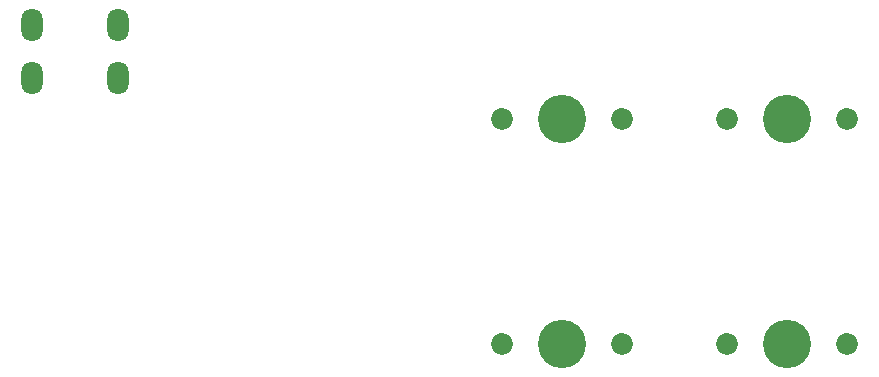
<source format=gts>
G04 #@! TF.GenerationSoftware,KiCad,Pcbnew,(5.1.6)-1*
G04 #@! TF.CreationDate,2020-06-20T22:30:41-04:00*
G04 #@! TF.ProjectId,first-keep-pcb,66697273-742d-46b6-9565-702d7063622e,rev?*
G04 #@! TF.SameCoordinates,Original*
G04 #@! TF.FileFunction,Soldermask,Top*
G04 #@! TF.FilePolarity,Negative*
%FSLAX46Y46*%
G04 Gerber Fmt 4.6, Leading zero omitted, Abs format (unit mm)*
G04 Created by KiCad (PCBNEW (5.1.6)-1) date 2020-06-20 22:30:41*
%MOMM*%
%LPD*%
G01*
G04 APERTURE LIST*
%ADD10O,1.800000X2.800000*%
%ADD11C,1.850000*%
%ADD12C,4.087800*%
G04 APERTURE END LIST*
D10*
G04 #@! TO.C,USB1*
X81281250Y-61118750D03*
X88581250Y-61118750D03*
X88581250Y-65618750D03*
X81281250Y-65618750D03*
G04 #@! TD*
D11*
G04 #@! TO.C,MX4*
X150336250Y-88106250D03*
X140176250Y-88106250D03*
D12*
X145256250Y-88106250D03*
G04 #@! TD*
D11*
G04 #@! TO.C,MX3*
X150336250Y-69056250D03*
X140176250Y-69056250D03*
D12*
X145256250Y-69056250D03*
G04 #@! TD*
D11*
G04 #@! TO.C,MX2*
X131286250Y-88106250D03*
X121126250Y-88106250D03*
D12*
X126206250Y-88106250D03*
G04 #@! TD*
D11*
G04 #@! TO.C,MX1*
X131286250Y-69056250D03*
X121126250Y-69056250D03*
D12*
X126206250Y-69056250D03*
G04 #@! TD*
M02*

</source>
